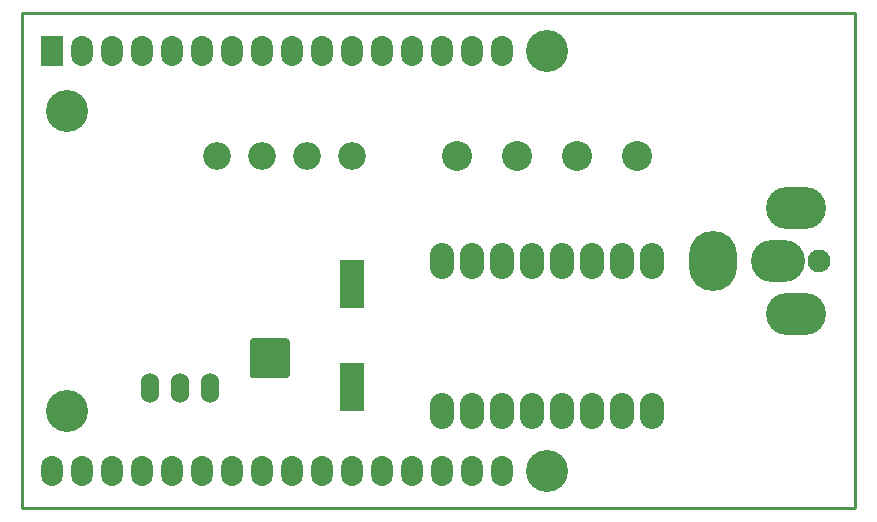
<source format=gts>
%TF.GenerationSoftware,KiCad,Pcbnew,5.1.0-unknown-ca7aec2~82~ubuntu18.04.1*%
%TF.CreationDate,2019-04-12T13:47:33-04:00*%
%TF.ProjectId,stepper_controller_3x2,73746570-7065-4725-9f63-6f6e74726f6c,1.2*%
%TF.SameCoordinates,Original*%
%TF.FileFunction,Soldermask,Top*%
%TF.FilePolarity,Negative*%
%FSLAX46Y46*%
G04 Gerber Fmt 4.6, Leading zero omitted, Abs format (unit mm)*
G04 Created by KiCad (PCBNEW 5.1.0-unknown-ca7aec2~82~ubuntu18.04.1) date 2019-04-12 13:47:33*
%MOMM*%
%LPD*%
G04 APERTURE LIST*
%ADD10C,0.228600*%
%ADD11C,0.100000*%
%ADD12C,3.400001*%
%ADD13O,2.032000X3.048000*%
%ADD14C,3.556000*%
%ADD15O,1.854200X2.540000*%
%ADD16R,1.854200X2.540000*%
%ADD17O,5.080000X3.556000*%
%ADD18O,4.064000X5.080000*%
%ADD19O,4.572000X3.556000*%
%ADD20C,1.930400*%
%ADD21C,2.540000*%
%ADD22C,2.340000*%
%ADD23O,1.524000X2.540000*%
%ADD24R,2.000000X4.100000*%
G04 APERTURE END LIST*
D10*
X156210000Y-67945000D02*
X85725000Y-67945000D01*
X156210000Y-109855000D02*
X156210000Y-67945000D01*
X85725000Y-109855000D02*
X156210000Y-109855000D01*
X85725000Y-67945000D02*
X85725000Y-109855000D01*
D11*
%TO.C,U1*%
G36*
X108073326Y-95456637D02*
G01*
X108106331Y-95461533D01*
X108138697Y-95469640D01*
X108170112Y-95480881D01*
X108200275Y-95495147D01*
X108228894Y-95512300D01*
X108255694Y-95532176D01*
X108280416Y-95554584D01*
X108302824Y-95579306D01*
X108322700Y-95606106D01*
X108339853Y-95634725D01*
X108354119Y-95664888D01*
X108365360Y-95696303D01*
X108373467Y-95728669D01*
X108378363Y-95761674D01*
X108380000Y-95795000D01*
X108380000Y-98515000D01*
X108378363Y-98548326D01*
X108373467Y-98581331D01*
X108365360Y-98613697D01*
X108354119Y-98645112D01*
X108339853Y-98675275D01*
X108322700Y-98703894D01*
X108302824Y-98730694D01*
X108280416Y-98755416D01*
X108255694Y-98777824D01*
X108228894Y-98797700D01*
X108200275Y-98814853D01*
X108170112Y-98829119D01*
X108138697Y-98840360D01*
X108106331Y-98848467D01*
X108073326Y-98853363D01*
X108040000Y-98855000D01*
X105320000Y-98855000D01*
X105286674Y-98853363D01*
X105253669Y-98848467D01*
X105221303Y-98840360D01*
X105189888Y-98829119D01*
X105159725Y-98814853D01*
X105131106Y-98797700D01*
X105104306Y-98777824D01*
X105079584Y-98755416D01*
X105057176Y-98730694D01*
X105037300Y-98703894D01*
X105020147Y-98675275D01*
X105005881Y-98645112D01*
X104994640Y-98613697D01*
X104986533Y-98581331D01*
X104981637Y-98548326D01*
X104980000Y-98515000D01*
X104980000Y-95795000D01*
X104981637Y-95761674D01*
X104986533Y-95728669D01*
X104994640Y-95696303D01*
X105005881Y-95664888D01*
X105020147Y-95634725D01*
X105037300Y-95606106D01*
X105057176Y-95579306D01*
X105079584Y-95554584D01*
X105104306Y-95532176D01*
X105131106Y-95512300D01*
X105159725Y-95495147D01*
X105189888Y-95480881D01*
X105221303Y-95469640D01*
X105253669Y-95461533D01*
X105286674Y-95456637D01*
X105320000Y-95455000D01*
X108040000Y-95455000D01*
X108073326Y-95456637D01*
X108073326Y-95456637D01*
G37*
D12*
X106680000Y-97155000D03*
%TD*%
D13*
%TO.C,SS1*%
X139065000Y-101600000D03*
X136525000Y-101600000D03*
X133985000Y-101600000D03*
X131445000Y-101600000D03*
X128905000Y-101600000D03*
X126365000Y-101600000D03*
X123825000Y-101600000D03*
X121285000Y-101600000D03*
X121285000Y-88900000D03*
X123825000Y-88900000D03*
X126365000Y-88900000D03*
X128905000Y-88900000D03*
X131445000Y-88900000D03*
X133985000Y-88900000D03*
X136525000Y-88900000D03*
X139065000Y-88900000D03*
%TD*%
D14*
%TO.C,MDB1*%
X130175000Y-71120000D03*
X130175000Y-106680000D03*
X89535000Y-101600000D03*
X89535000Y-76200000D03*
D15*
X88265000Y-106680000D03*
X90805000Y-106680000D03*
X93345000Y-106680000D03*
X95885000Y-106680000D03*
X98425000Y-106680000D03*
X100965000Y-106680000D03*
X103505000Y-106680000D03*
X106045000Y-106680000D03*
X108585000Y-106680000D03*
X111125000Y-106680000D03*
X113665000Y-106680000D03*
X116205000Y-106680000D03*
X118745000Y-106680000D03*
X121285000Y-106680000D03*
X123825000Y-106680000D03*
X126365000Y-106680000D03*
X126365000Y-71120000D03*
X123825000Y-71120000D03*
X121285000Y-71120000D03*
X118745000Y-71120000D03*
X116205000Y-71120000D03*
X113665000Y-71120000D03*
X111125000Y-71120000D03*
X108585000Y-71120000D03*
X106045000Y-71120000D03*
X103505000Y-71120000D03*
X100965000Y-71120000D03*
X98425000Y-71120000D03*
X95885000Y-71120000D03*
D16*
X88265000Y-71120000D03*
D15*
X93345000Y-71120000D03*
X90805000Y-71120000D03*
%TD*%
D17*
%TO.C,P1*%
X151206200Y-93395800D03*
X151206200Y-84404200D03*
D18*
X144221200Y-88900000D03*
D19*
X149707600Y-88900000D03*
D20*
X153212800Y-88900000D03*
%TD*%
D21*
%TO.C,T1*%
X137795000Y-80010000D03*
X122555000Y-80010000D03*
X127635000Y-80010000D03*
X132715000Y-80010000D03*
%TD*%
D22*
%TO.C,T2*%
X113665000Y-80010000D03*
X102235000Y-80010000D03*
X106045000Y-80010000D03*
X109855000Y-80010000D03*
%TD*%
D23*
%TO.C,REG1*%
X96520000Y-99695000D03*
X101600000Y-99695000D03*
X99060000Y-99695000D03*
%TD*%
D24*
%TO.C,C6*%
X113665000Y-99600000D03*
X113665000Y-90900000D03*
%TD*%
M02*

</source>
